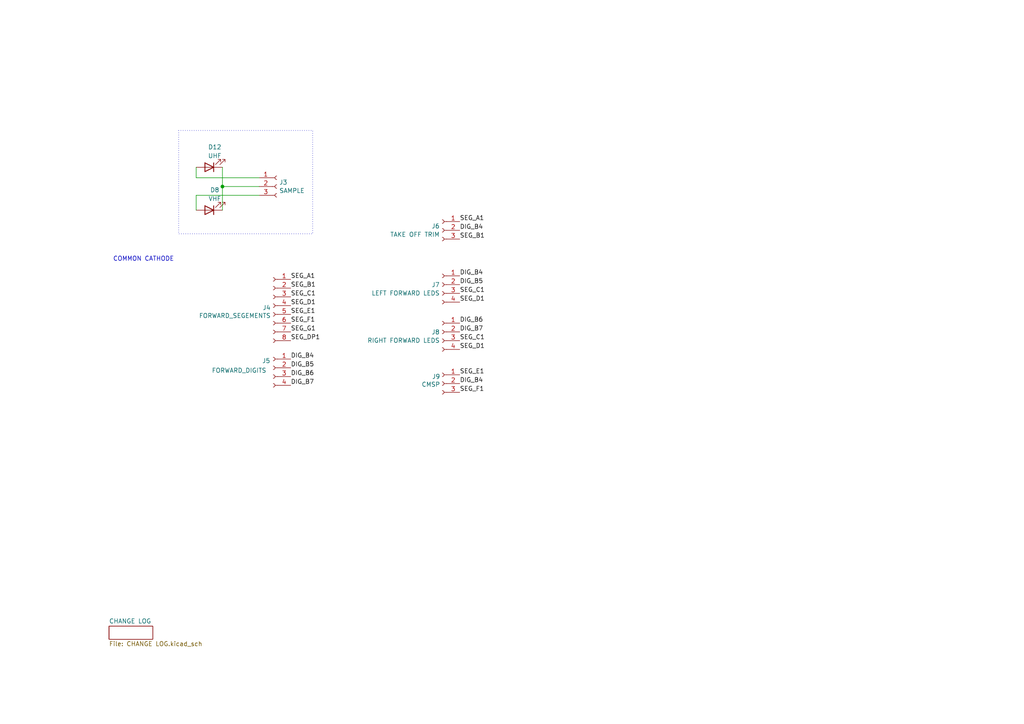
<source format=kicad_sch>
(kicad_sch (version 20230121) (generator eeschema)
  (paper "A4")
  (lib_symbols
    (symbol "Connector:Conn_01x03_Socket" (pin_names (offset 1.016) hide)
      (property "Reference" "J" (at 0 5.08 0))
      (property "Value" "Conn_01x03_Socket" (at 0 -5.08 0))
      (symbol "Conn_01x03_Socket_1_1"
        (arc (start 0 -2.032) (mid -0.5058 -2.54) (end 0 -3.048) (stroke (width 0.1524)))
        (polyline (pts (xy -1.27 -2.54) (xy -0.508 -2.54)) (stroke (width 0.1524)))
        (polyline (pts (xy -1.27 0) (xy -0.508 0)) (stroke (width 0.1524)))
        (polyline (pts (xy -1.27 2.54) (xy -0.508 2.54)) (stroke (width 0.1524)))
        (arc (start 0 0.508) (mid -0.5058 0) (end 0 -0.508) (stroke (width 0.1524)))
        (arc (start 0 3.048) (mid -0.5058 2.54) (end 0 2.032) (stroke (width 0.1524)))
        (pin passive line (at -5.08 2.54 0) (length 3.81) (name "Pin_1") (number "1"))
        (pin passive line (at -5.08 0 0) (length 3.81) (name "Pin_2") (number "2"))
        (pin passive line (at -5.08 -2.54 0) (length 3.81) (name "Pin_3") (number "3"))
      )
    )
    (symbol "Connector:Conn_01x04_Female" (pin_names (offset 1.016) hide)
      (property "Reference" "J" (at 0 5.08 0))
      (property "Value" "Conn_01x04_Female" (at 0 -7.62 0))
      (symbol "Conn_01x04_Female_1_1"
        (arc (start 0 -4.572) (mid -0.5058 -5.08) (end 0 -5.588) (stroke (width 0.1524)))
        (arc (start 0 -2.032) (mid -0.5058 -2.54) (end 0 -3.048) (stroke (width 0.1524)))
        (polyline (pts (xy -1.27 -5.08) (xy -0.508 -5.08)) (stroke (width 0.1524)))
        (polyline (pts (xy -1.27 -2.54) (xy -0.508 -2.54)) (stroke (width 0.1524)))
        (polyline (pts (xy -1.27 0) (xy -0.508 0)) (stroke (width 0.1524)))
        (polyline (pts (xy -1.27 2.54) (xy -0.508 2.54)) (stroke (width 0.1524)))
        (arc (start 0 0.508) (mid -0.5058 0) (end 0 -0.508) (stroke (width 0.1524)))
        (arc (start 0 3.048) (mid -0.5058 2.54) (end 0 2.032) (stroke (width 0.1524)))
        (pin passive line (at -5.08 2.54 0) (length 3.81) (name "Pin_1") (number "1"))
        (pin passive line (at -5.08 0 0) (length 3.81) (name "Pin_2") (number "2"))
        (pin passive line (at -5.08 -2.54 0) (length 3.81) (name "Pin_3") (number "3"))
        (pin passive line (at -5.08 -5.08 0) (length 3.81) (name "Pin_4") (number "4"))
      )
    )
    (symbol "Connector:Conn_01x04_Socket" (pin_names (offset 1.016) hide)
      (property "Reference" "J" (at 0 5.08 0))
      (property "Value" "Conn_01x04_Socket" (at 0 -7.62 0))
      (symbol "Conn_01x04_Socket_1_1"
        (arc (start 0 -4.572) (mid -0.5058 -5.08) (end 0 -5.588) (stroke (width 0.1524)))
        (arc (start 0 -2.032) (mid -0.5058 -2.54) (end 0 -3.048) (stroke (width 0.1524)))
        (polyline (pts (xy -1.27 -5.08) (xy -0.508 -5.08)) (stroke (width 0.1524)))
        (polyline (pts (xy -1.27 -2.54) (xy -0.508 -2.54)) (stroke (width 0.1524)))
        (polyline (pts (xy -1.27 0) (xy -0.508 0)) (stroke (width 0.1524)))
        (polyline (pts (xy -1.27 2.54) (xy -0.508 2.54)) (stroke (width 0.1524)))
        (arc (start 0 0.508) (mid -0.5058 0) (end 0 -0.508) (stroke (width 0.1524)))
        (arc (start 0 3.048) (mid -0.5058 2.54) (end 0 2.032) (stroke (width 0.1524)))
        (pin passive line (at -5.08 2.54 0) (length 3.81) (name "Pin_1") (number "1"))
        (pin passive line (at -5.08 0 0) (length 3.81) (name "Pin_2") (number "2"))
        (pin passive line (at -5.08 -2.54 0) (length 3.81) (name "Pin_3") (number "3"))
        (pin passive line (at -5.08 -5.08 0) (length 3.81) (name "Pin_4") (number "4"))
      )
    )
    (symbol "Connector:Conn_01x08_Female" (pin_names (offset 1.016) hide)
      (property "Reference" "J" (at 0 10.16 0))
      (property "Value" "Conn_01x08_Female" (at 0 -12.7 0))
      (symbol "Conn_01x08_Female_1_1"
        (arc (start 0 -9.652) (mid -0.5058 -10.16) (end 0 -10.668) (stroke (width 0.1524)))
        (arc (start 0 -7.112) (mid -0.5058 -7.62) (end 0 -8.128) (stroke (width 0.1524)))
        (arc (start 0 -4.572) (mid -0.5058 -5.08) (end 0 -5.588) (stroke (width 0.1524)))
        (arc (start 0 -2.032) (mid -0.5058 -2.54) (end 0 -3.048) (stroke (width 0.1524)))
        (polyline (pts (xy -1.27 -10.16) (xy -0.508 -10.16)) (stroke (width 0.1524)))
        (polyline (pts (xy -1.27 -7.62) (xy -0.508 -7.62)) (stroke (width 0.1524)))
        (polyline (pts (xy -1.27 -5.08) (xy -0.508 -5.08)) (stroke (width 0.1524)))
        (polyline (pts (xy -1.27 -2.54) (xy -0.508 -2.54)) (stroke (width 0.1524)))
        (polyline (pts (xy -1.27 0) (xy -0.508 0)) (stroke (width 0.1524)))
        (polyline (pts (xy -1.27 2.54) (xy -0.508 2.54)) (stroke (width 0.1524)))
        (polyline (pts (xy -1.27 5.08) (xy -0.508 5.08)) (stroke (width 0.1524)))
        (polyline (pts (xy -1.27 7.62) (xy -0.508 7.62)) (stroke (width 0.1524)))
        (arc (start 0 0.508) (mid -0.5058 0) (end 0 -0.508) (stroke (width 0.1524)))
        (arc (start 0 3.048) (mid -0.5058 2.54) (end 0 2.032) (stroke (width 0.1524)))
        (arc (start 0 5.588) (mid -0.5058 5.08) (end 0 4.572) (stroke (width 0.1524)))
        (arc (start 0 8.128) (mid -0.5058 7.62) (end 0 7.112) (stroke (width 0.1524)))
        (pin passive line (at -5.08 7.62 0) (length 3.81) (name "Pin_1") (number "1"))
        (pin passive line (at -5.08 5.08 0) (length 3.81) (name "Pin_2") (number "2"))
        (pin passive line (at -5.08 2.54 0) (length 3.81) (name "Pin_3") (number "3"))
        (pin passive line (at -5.08 0 0) (length 3.81) (name "Pin_4") (number "4"))
        (pin passive line (at -5.08 -2.54 0) (length 3.81) (name "Pin_5") (number "5"))
        (pin passive line (at -5.08 -5.08 0) (length 3.81) (name "Pin_6") (number "6"))
        (pin passive line (at -5.08 -7.62 0) (length 3.81) (name "Pin_7") (number "7"))
        (pin passive line (at -5.08 -10.16 0) (length 3.81) (name "Pin_8") (number "8"))
      )
    )
    (symbol "Device:LED" (pin_numbers hide) (pin_names (offset 1.016) hide)
      (property "Reference" "D" (at 0 2.54 0))
      (property "Value" "LED" (at 0 -2.54 0))
      (symbol "LED_0_1"
        (polyline (pts (xy -1.27 -1.27) (xy -1.27 1.27)) (stroke (width 0.254)))
        (polyline (pts (xy -1.27 0) (xy 1.27 0)))
        (polyline (pts (xy 1.27 -1.27) (xy 1.27 1.27) (xy -1.27 0) (xy 1.27 -1.27)) (stroke (width 0.254)))
        (polyline (pts (xy -3.048 -0.762) (xy -4.572 -2.286) (xy -3.81 -2.286) (xy -4.572 -2.286) (xy -4.572 -1.524)))
        (polyline (pts (xy -1.778 -0.762) (xy -3.302 -2.286) (xy -2.54 -2.286) (xy -3.302 -2.286) (xy -3.302 -1.524)))
      )
      (symbol "LED_1_1"
        (pin passive line (at -3.81 0 0) (length 2.54) (name "K") (number "1"))
        (pin passive line (at 3.81 0 180) (length 2.54) (name "A") (number "2"))
      )
    )
  )
  (junction (at 64.516 54.102))
  (wire (pts (xy 56.896 51.562) (xy 75.184 51.562)))
  (wire (pts (xy 56.896 56.642) (xy 75.184 56.642)))
  (wire (pts (xy 64.516 48.514) (xy 64.516 54.102)))
  (wire (pts (xy 64.516 54.102) (xy 64.516 60.96)))
  (wire (pts (xy 56.896 56.642) (xy 56.896 60.96)))
  (wire (pts (xy 64.516 54.102) (xy 75.184 54.102)))
  (wire (pts (xy 56.896 48.514) (xy 56.896 51.562)))
  (rectangle (start 51.816 37.846) (end 90.678 67.818) (stroke (width 0) (type dot)))
  (text "COMMON CATHODE" (at 32.766 75.946 0) (effects (font (size 1.27 1.27)) (justify left bottom)))
  (label "DIG_B4" (at 84.328 104.14 0))
  (label "SEG_D1" (at 133.35 101.346 0))
  (label "SEG_C1" (at 133.35 85.09 0))
  (label "SEG_B1" (at 84.328 83.566 0))
  (label "SEG_D1" (at 133.35 87.63 0))
  (label "SEG_C1" (at 84.328 86.106 0))
  (label "DIG_B4" (at 133.35 111.252 0))
  (label "SEG_A1" (at 84.328 81.026 0))
  (label "DIG_B4" (at 133.35 66.802 0))
  (label "DIG_B5" (at 133.35 82.55 0))
  (label "SEG_F1" (at 133.35 113.792 0))
  (label "SEG_F1" (at 84.328 93.726 0))
  (label "DIG_B7" (at 133.35 96.266 0))
  (label "SEG_DP1" (at 84.328 98.806 0))
  (label "DIG_B6" (at 84.328 109.22 0))
  (label "DIG_B4" (at 133.35 80.01 0))
  (label "DIG_B5" (at 84.328 106.68 0))
  (label "SEG_E1" (at 133.35 108.712 0))
  (label "SEG_B1" (at 133.35 69.342 0))
  (label "DIG_B7" (at 84.328 111.76 0))
  (label "SEG_E1" (at 84.328 91.186 0))
  (label "SEG_D1" (at 84.328 88.646 0))
  (label "DIG_B6" (at 133.35 93.726 0))
  (label "SEG_C1" (at 133.35 98.806 0))
  (label "SEG_G1" (at 84.328 96.266 0))
  (label "SEG_A1" (at 133.35 64.262 0))
  (symbol (lib_id "Connector:Conn_01x03_Socket") (at 80.264 54.102 0) (unit 1) (on_board no)
    (property "Reference" "J3" (at 80.9752 52.8899 0) (effects (justify left)))
    (property "Value" "SAMPLE" (at 80.9752 55.3141 0) (effects (justify left)))
    (property "Footprint" "Connector_Molex:Molex_KK-254_AE-6410-03A_1x03_P2.54mm_Vertical" (effects hide))
  )
  (symbol (lib_id "Connector:Conn_01x04_Socket") (at 128.27 82.55 0) (mirror y) (unit 1)
    (property "Reference" "J7" (at 127.5588 82.6079 0) (effects (justify left)))
    (property "Value" "LEFT FORWARD LEDS" (at 127.5588 85.0321 0) (effects (justify left)))
    (property "Footprint" "Connector_Molex:Molex_KK-254_AE-6410-04A_1x04_P2.54mm_Vertical" (effects hide))
  )
  (symbol (lib_id "Connector:Conn_01x03_Socket") (at 128.27 111.252 0) (mirror y) (unit 1)
    (property "Reference" "J9" (at 126.492 109.22 0))
    (property "Value" "CMSP" (at 124.968 111.506 0))
    (property "Footprint" "Connector_Molex:Molex_KK-254_AE-6410-04A_1x04_P2.54mm_Vertical" (effects hide))
  )
  (symbol (lib_id "Device:LED") (at 60.706 60.96 180) (unit 1) (on_board no)
    (property "Reference" "D8" (at 62.2935 55.1012 0))
    (property "Value" "VHF" (at 62.2935 57.6381 0))
    (property "Footprint" "Connector_Molex:Molex_KK-254_AE-6410-02A_1x02_P2.54mm_Vertical" (effects hide))
  )
  (symbol (lib_id "Connector:Conn_01x03_Socket") (at 128.27 66.802 0) (mirror y) (unit 1)
    (property "Reference" "J6" (at 127.5588 65.5899 0) (effects (justify left)))
    (property "Value" "TAKE OFF TRIM" (at 127.5588 68.0141 0) (effects (justify left)))
    (property "Footprint" "Connector_Molex:Molex_KK-254_AE-6410-03A_1x03_P2.54mm_Vertical" (effects hide))
  )
  (symbol (lib_id "Connector:Conn_01x08_Female") (at 79.248 88.646 0) (mirror y) (unit 1)
    (property "Reference" "J4" (at 78.5368 89.2556 0) (effects (justify left)))
    (property "Value" "FORWARD_SEGEMENTS" (at 78.5368 91.567 0) (effects (justify left)))
    (property "Footprint" "Connector_Molex:Molex_KK-254_AE-6410-08A_1x08_P2.54mm_Vertical" (effects hide))
  )
  (symbol (lib_id "Device:LED") (at 60.706 48.514 180) (unit 1) (on_board no)
    (property "Reference" "D12" (at 62.2935 42.6552 0))
    (property "Value" "UHF" (at 62.2935 45.1921 0))
    (property "Footprint" "Connector_Molex:Molex_KK-254_AE-6410-02A_1x02_P2.54mm_Vertical" (effects hide))
  )
  (symbol (lib_id "Connector:Conn_01x04_Female") (at 79.248 106.68 0) (mirror y) (unit 1)
    (property "Reference" "J5" (at 77.216 104.648 0))
    (property "Value" "FORWARD_DIGITS" (at 69.342 107.442 0))
    (property "Footprint" "Connector_Molex:Molex_KK-254_AE-6410-04A_1x04_P2.54mm_Vertical" (effects hide))
  )
  (symbol (lib_id "Connector:Conn_01x04_Socket") (at 128.27 96.266 0) (mirror y) (unit 1)
    (property "Reference" "J8" (at 127.5588 96.3239 0) (effects (justify left)))
    (property "Value" "RIGHT FORWARD LEDS" (at 127.5588 98.7481 0) (effects (justify left)))
    (property "Footprint" "Connector_Molex:Molex_KK-254_AE-6410-04A_1x04_P2.54mm_Vertical" (effects hide))
  )
  (sheet (at 31.623 181.61) (size 12.7 3.81) (stroke (width 0.1524))
    (property "Sheetname" "CHANGE LOG" (at 31.623 180.8984 0) (effects (justify left bottom)))
    (property "Sheetfile" "CHANGE LOG.kicad_sch" (at 31.623 186.0046 0) (effects (justify left top)))
  )
)
</source>
